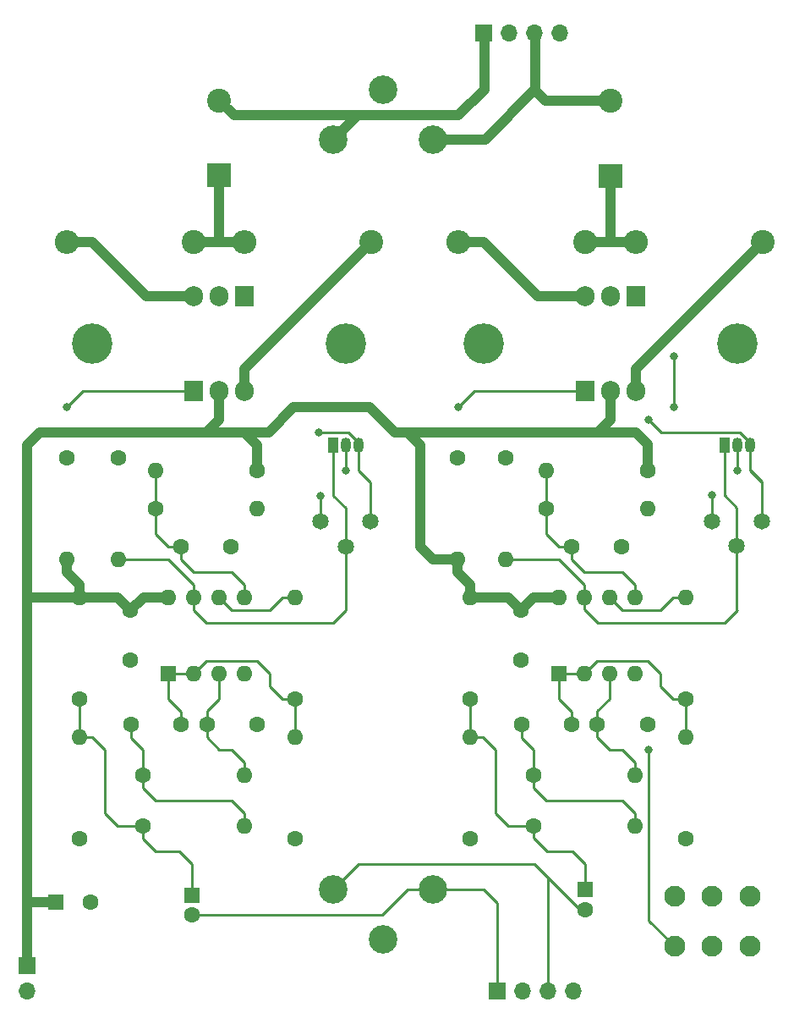
<source format=gtl>
G04 #@! TF.GenerationSoftware,KiCad,Pcbnew,7.0.7*
G04 #@! TF.CreationDate,2024-06-09T16:00:22+02:00*
G04 #@! TF.ProjectId,Audio Amplifier,41756469-6f20-4416-9d70-6c6966696572,rev?*
G04 #@! TF.SameCoordinates,Original*
G04 #@! TF.FileFunction,Copper,L1,Top*
G04 #@! TF.FilePolarity,Positive*
%FSLAX46Y46*%
G04 Gerber Fmt 4.6, Leading zero omitted, Abs format (unit mm)*
G04 Created by KiCad (PCBNEW 7.0.7) date 2024-06-09 16:00:22*
%MOMM*%
%LPD*%
G01*
G04 APERTURE LIST*
G04 #@! TA.AperFunction,ComponentPad*
%ADD10C,1.600000*%
G04 #@! TD*
G04 #@! TA.AperFunction,ComponentPad*
%ADD11O,1.600000X1.600000*%
G04 #@! TD*
G04 #@! TA.AperFunction,ComponentPad*
%ADD12C,2.850000*%
G04 #@! TD*
G04 #@! TA.AperFunction,ComponentPad*
%ADD13O,1.905000X2.000000*%
G04 #@! TD*
G04 #@! TA.AperFunction,ComponentPad*
%ADD14R,1.905000X2.000000*%
G04 #@! TD*
G04 #@! TA.AperFunction,ComponentPad*
%ADD15O,1.700000X1.700000*%
G04 #@! TD*
G04 #@! TA.AperFunction,ComponentPad*
%ADD16R,1.700000X1.700000*%
G04 #@! TD*
G04 #@! TA.AperFunction,ComponentPad*
%ADD17O,2.400000X2.400000*%
G04 #@! TD*
G04 #@! TA.AperFunction,ComponentPad*
%ADD18C,2.400000*%
G04 #@! TD*
G04 #@! TA.AperFunction,ComponentPad*
%ADD19R,1.600000X1.600000*%
G04 #@! TD*
G04 #@! TA.AperFunction,ComponentPad*
%ADD20O,1.050000X1.500000*%
G04 #@! TD*
G04 #@! TA.AperFunction,ComponentPad*
%ADD21R,1.050000X1.500000*%
G04 #@! TD*
G04 #@! TA.AperFunction,ComponentPad*
%ADD22R,2.400000X2.400000*%
G04 #@! TD*
G04 #@! TA.AperFunction,ComponentPad*
%ADD23C,1.650000*%
G04 #@! TD*
G04 #@! TA.AperFunction,ComponentPad*
%ADD24C,4.050000*%
G04 #@! TD*
G04 #@! TA.AperFunction,ComponentPad*
%ADD25C,2.100000*%
G04 #@! TD*
G04 #@! TA.AperFunction,ViaPad*
%ADD26C,0.800000*%
G04 #@! TD*
G04 #@! TA.AperFunction,Conductor*
%ADD27C,0.250000*%
G04 #@! TD*
G04 #@! TA.AperFunction,Conductor*
%ADD28C,1.000000*%
G04 #@! TD*
G04 APERTURE END LIST*
D10*
X152019000Y-97790000D03*
D11*
X152019000Y-107950000D03*
D10*
X113284000Y-97790000D03*
D11*
X113284000Y-107950000D03*
D12*
X134780000Y-140920000D03*
X144780000Y-140920000D03*
X139780000Y-145920000D03*
D13*
X120812500Y-81590255D03*
X123352500Y-81590255D03*
D14*
X125892500Y-81590255D03*
D11*
X125892500Y-129515255D03*
D10*
X115732500Y-129515255D03*
D15*
X157480000Y-55245000D03*
X154940000Y-55245000D03*
X152400000Y-55245000D03*
D16*
X149860000Y-55245000D03*
D12*
X144780000Y-65920000D03*
X134780000Y-65920000D03*
X139780000Y-60920000D03*
D11*
X148470000Y-111720000D03*
D10*
X148470000Y-121880000D03*
D11*
X166250000Y-102830000D03*
D10*
X156090000Y-102830000D03*
D11*
X130972500Y-111745255D03*
D10*
X130972500Y-121905255D03*
D13*
X125892500Y-91100255D03*
X123352500Y-91100255D03*
D14*
X120812500Y-91100255D03*
D17*
X165100000Y-76200000D03*
D18*
X177800000Y-76200000D03*
D16*
X151210000Y-151130000D03*
D15*
X153750000Y-151130000D03*
X156290000Y-151130000D03*
X158830000Y-151130000D03*
D11*
X130972500Y-125705255D03*
D10*
X130972500Y-135865255D03*
D17*
X125892500Y-76185255D03*
D18*
X138592500Y-76185255D03*
D10*
X124542500Y-106655255D03*
X119542500Y-106655255D03*
X170060000Y-135850000D03*
D11*
X170060000Y-125690000D03*
X164980000Y-129500000D03*
D10*
X154820000Y-129500000D03*
D11*
X157360000Y-111720000D03*
X159900000Y-111720000D03*
X162440000Y-111720000D03*
X164980000Y-111720000D03*
X164980000Y-119340000D03*
X162440000Y-119340000D03*
X159900000Y-119340000D03*
D19*
X157360000Y-119340000D03*
D11*
X109382500Y-125705255D03*
D10*
X109382500Y-135865255D03*
D19*
X120650000Y-141510000D03*
D10*
X120650000Y-143510000D03*
D11*
X170060000Y-111730000D03*
D10*
X170060000Y-121890000D03*
D11*
X117002500Y-99035255D03*
D10*
X127162500Y-99035255D03*
D11*
X156090000Y-99020000D03*
D10*
X166250000Y-99020000D03*
D11*
X118272500Y-111735255D03*
X120812500Y-111735255D03*
X123352500Y-111735255D03*
X125892500Y-111735255D03*
X125892500Y-119355255D03*
X123352500Y-119355255D03*
X120812500Y-119355255D03*
D19*
X118272500Y-119355255D03*
D10*
X166210000Y-124420000D03*
X161210000Y-124420000D03*
D20*
X137322500Y-96505255D03*
X136052500Y-96505255D03*
D21*
X134782500Y-96505255D03*
D18*
X162560000Y-62052755D03*
D22*
X162560000Y-69552755D03*
D10*
X127122500Y-124435255D03*
X122122500Y-124435255D03*
X153550000Y-118030000D03*
X153550000Y-113030000D03*
D18*
X123352500Y-62038010D03*
D22*
X123352500Y-69538010D03*
D23*
X175180000Y-106600000D03*
X172680000Y-104100000D03*
X177680000Y-104100000D03*
D10*
X119542500Y-124435255D03*
X114542500Y-124435255D03*
D11*
X147200000Y-107920000D03*
D10*
X147200000Y-97760000D03*
D17*
X147320000Y-76200000D03*
D18*
X160020000Y-76200000D03*
D10*
X114462500Y-118045255D03*
X114462500Y-113045255D03*
D24*
X136052500Y-86345255D03*
X110652500Y-86345255D03*
D10*
X158630000Y-124420000D03*
X153630000Y-124420000D03*
X160020000Y-142970000D03*
D19*
X160020000Y-140970000D03*
D20*
X176530000Y-96520000D03*
X175260000Y-96520000D03*
D21*
X173990000Y-96520000D03*
D23*
X136012500Y-106645255D03*
X133512500Y-104145255D03*
X138512500Y-104145255D03*
D11*
X127162500Y-102845255D03*
D10*
X117002500Y-102845255D03*
D13*
X165100000Y-91115000D03*
X162560000Y-91115000D03*
D14*
X160020000Y-91115000D03*
D16*
X104140000Y-148590000D03*
D15*
X104140000Y-151130000D03*
D17*
X108112500Y-76185255D03*
D18*
X120812500Y-76185255D03*
D13*
X160020000Y-81605000D03*
X162560000Y-81605000D03*
D14*
X165100000Y-81605000D03*
D11*
X125892500Y-134595255D03*
D10*
X115732500Y-134595255D03*
D11*
X164980000Y-134580000D03*
D10*
X154820000Y-134580000D03*
X110490000Y-142240000D03*
D19*
X106990000Y-142240000D03*
D11*
X108112500Y-107935255D03*
D10*
X108112500Y-97775255D03*
D24*
X175260000Y-86360000D03*
X149860000Y-86360000D03*
D10*
X163630000Y-106640000D03*
X158630000Y-106640000D03*
D11*
X148470000Y-125690000D03*
D10*
X148470000Y-135850000D03*
D25*
X176470000Y-146670000D03*
X172720000Y-146670000D03*
X168970000Y-146670000D03*
X176470000Y-141670000D03*
X172720000Y-141670000D03*
X168970000Y-141670000D03*
D11*
X109382500Y-111735255D03*
D10*
X109382500Y-121895255D03*
D26*
X136052500Y-99045255D03*
X133512500Y-101585255D03*
X133350000Y-95250000D03*
X108112500Y-92695255D03*
X168910000Y-92710000D03*
X166370000Y-127000000D03*
X168910000Y-87630000D03*
X172680000Y-101540000D03*
X175260000Y-99060000D03*
X166370000Y-93980000D03*
X147320000Y-92710000D03*
D27*
X125892500Y-129515255D02*
X125892500Y-128255255D01*
X124622500Y-126985255D02*
X123352500Y-126985255D01*
X123352500Y-126985255D02*
X122122500Y-125755255D01*
X122122500Y-123135255D02*
X123352500Y-121905255D01*
X122122500Y-125755255D02*
X122122500Y-124435255D01*
X123352500Y-121905255D02*
X123352500Y-119355255D01*
X122122500Y-124435255D02*
X122122500Y-123135255D01*
X125892500Y-128255255D02*
X124622500Y-126985255D01*
X125892500Y-134595255D02*
X125892500Y-133335255D01*
X125892500Y-133335255D02*
X124622500Y-132065255D01*
X114542500Y-125795255D02*
X115732500Y-126985255D01*
X115732500Y-130795255D02*
X115732500Y-129515255D01*
X114542500Y-124435255D02*
X114542500Y-125795255D01*
X117002500Y-132065255D02*
X115732500Y-130795255D01*
X124622500Y-132065255D02*
X117002500Y-132065255D01*
X115732500Y-126985255D02*
X115732500Y-129515255D01*
X120812500Y-119355255D02*
X118272500Y-119355255D01*
X120812500Y-119355255D02*
X122072500Y-118095255D01*
X119542500Y-123175255D02*
X118272500Y-121905255D01*
X118272500Y-121905255D02*
X118272500Y-119355255D01*
X130972500Y-125705255D02*
X130972500Y-121905255D01*
X129702500Y-121905255D02*
X130972500Y-121905255D01*
X122072500Y-118095255D02*
X127162500Y-118095255D01*
X127162500Y-118095255D02*
X128432500Y-119365255D01*
X128432500Y-119365255D02*
X128432500Y-120635255D01*
X128432500Y-120635255D02*
X129702500Y-121905255D01*
X119542500Y-124435255D02*
X119542500Y-123175255D01*
D28*
X109382500Y-111735255D02*
X109382500Y-110475255D01*
X104140000Y-111887755D02*
X104140000Y-142240000D01*
X109382500Y-110475255D02*
X108112500Y-109205255D01*
X123352500Y-93965255D02*
X123352500Y-91100255D01*
X122082500Y-95235255D02*
X123352500Y-93965255D01*
X115772500Y-111735255D02*
X114462500Y-113045255D01*
X123352500Y-95235255D02*
X125892500Y-95235255D01*
X166250000Y-96400000D02*
X166250000Y-99020000D01*
X148470000Y-111720000D02*
X152240000Y-111720000D01*
X162560000Y-93980000D02*
X162560000Y-91115000D01*
X113152500Y-111735255D02*
X114462500Y-113045255D01*
X143510000Y-96520000D02*
X143510000Y-106680000D01*
X122067755Y-95250000D02*
X122082500Y-95235255D01*
X118272500Y-111735255D02*
X115772500Y-111735255D01*
X104140000Y-142240000D02*
X106990000Y-142240000D01*
X104140000Y-142240000D02*
X104140000Y-148590000D01*
X104140000Y-111887755D02*
X104140000Y-96520000D01*
X148470000Y-111720000D02*
X148470000Y-110460000D01*
X128284745Y-95235255D02*
X130810000Y-92710000D01*
X142240000Y-95250000D02*
X161290000Y-95250000D01*
X105410000Y-95250000D02*
X122067755Y-95250000D01*
X165100000Y-95250000D02*
X166250000Y-96400000D01*
X148470000Y-110460000D02*
X147200000Y-109190000D01*
X161290000Y-95250000D02*
X165100000Y-95250000D01*
X109382500Y-111735255D02*
X104292500Y-111735255D01*
X154860000Y-111720000D02*
X153550000Y-113030000D01*
X125892500Y-95235255D02*
X128284745Y-95235255D01*
X144750000Y-107920000D02*
X147200000Y-107920000D01*
X108112500Y-109205255D02*
X108112500Y-107935255D01*
X143510000Y-106680000D02*
X144750000Y-107920000D01*
X147200000Y-109190000D02*
X147200000Y-107920000D01*
X122082500Y-95235255D02*
X123352500Y-95235255D01*
X104140000Y-96520000D02*
X105410000Y-95250000D01*
X142240000Y-95250000D02*
X143510000Y-96520000D01*
X140970000Y-95250000D02*
X142240000Y-95250000D01*
X125892500Y-95235255D02*
X127162500Y-96505255D01*
X161290000Y-95250000D02*
X162560000Y-93980000D01*
X157360000Y-111720000D02*
X154860000Y-111720000D01*
X127162500Y-96505255D02*
X127162500Y-99035255D01*
X109382500Y-111735255D02*
X113152500Y-111735255D01*
X130810000Y-92710000D02*
X138430000Y-92710000D01*
X104292500Y-111735255D02*
X104140000Y-111887755D01*
X138430000Y-92710000D02*
X140970000Y-95250000D01*
X152240000Y-111720000D02*
X153550000Y-113030000D01*
D27*
X119380000Y-137160000D02*
X117002500Y-137160000D01*
X109382500Y-125705255D02*
X110642500Y-125705255D01*
X111922500Y-126985255D02*
X111922500Y-133335255D01*
X113202500Y-134595255D02*
X115732500Y-134595255D01*
X110642500Y-125705255D02*
X111922500Y-126985255D01*
X117002500Y-137160000D02*
X115732500Y-135890000D01*
X115732500Y-134595255D02*
X115732500Y-135890000D01*
X111922500Y-133335255D02*
X113192500Y-134605255D01*
X109382500Y-125705255D02*
X109382500Y-121895255D01*
X120650000Y-138430000D02*
X119380000Y-137160000D01*
X120650000Y-141510000D02*
X120650000Y-138430000D01*
X113192500Y-134605255D02*
X113202500Y-134595255D01*
X124622500Y-109205255D02*
X125892500Y-110475255D01*
X118262500Y-106655255D02*
X117002500Y-105395255D01*
X125892500Y-110475255D02*
X125892500Y-111735255D01*
X119542500Y-106655255D02*
X119542500Y-107935255D01*
X117002500Y-102845255D02*
X117002500Y-99035255D01*
X119542500Y-107935255D02*
X120812500Y-109205255D01*
X119542500Y-106655255D02*
X118262500Y-106655255D01*
X120812500Y-109205255D02*
X124622500Y-109205255D01*
X117002500Y-105395255D02*
X117002500Y-102845255D01*
X136052500Y-113015255D02*
X134782500Y-114285255D01*
X136012500Y-111705255D02*
X136052500Y-111745255D01*
X136012500Y-106645255D02*
X136012500Y-111705255D01*
X134782500Y-114285255D02*
X122082500Y-114285255D01*
X122082500Y-114285255D02*
X120812500Y-113015255D01*
X136052500Y-111745255D02*
X136052500Y-113015255D01*
X136012500Y-106645255D02*
X136012500Y-102815255D01*
X134782500Y-96505255D02*
X134782500Y-101585255D01*
X120812500Y-111735255D02*
X120812500Y-110475255D01*
X120812500Y-113015255D02*
X120812500Y-111735255D01*
X136012500Y-102815255D02*
X134782500Y-101585255D01*
X118262500Y-107925255D02*
X113192500Y-107925255D01*
X120812500Y-110475255D02*
X118262500Y-107925255D01*
X133512500Y-101585255D02*
X133512500Y-104145255D01*
X136052500Y-96505255D02*
X136052500Y-99045255D01*
X137322500Y-99045255D02*
X137322500Y-96505255D01*
X136262755Y-95250000D02*
X136277500Y-95235255D01*
X138512500Y-100235255D02*
X137322500Y-99045255D01*
X137322500Y-96280255D02*
X137322500Y-96505255D01*
X109707500Y-91100255D02*
X108112500Y-92695255D01*
X133350000Y-95250000D02*
X136262755Y-95250000D01*
X136277500Y-95235255D02*
X137322500Y-96280255D01*
X120812500Y-91100255D02*
X109707500Y-91100255D01*
X138512500Y-104145255D02*
X138512500Y-100235255D01*
D28*
X108112500Y-76185255D02*
X110652500Y-76185255D01*
X110652500Y-76185255D02*
X116057500Y-81590255D01*
X116057500Y-81590255D02*
X120812500Y-81590255D01*
X125892500Y-91100255D02*
X125892500Y-88885255D01*
X125892500Y-88885255D02*
X138592500Y-76185255D01*
D27*
X129702500Y-111745255D02*
X128432500Y-113015255D01*
X124632500Y-113015255D02*
X123352500Y-111735255D01*
X128432500Y-113015255D02*
X124632500Y-113015255D01*
X130972500Y-111745255D02*
X129702500Y-111745255D01*
D28*
X123352500Y-76185255D02*
X120812500Y-76185255D01*
X125892500Y-76185255D02*
X123352500Y-76185255D01*
X123352500Y-69538010D02*
X123352500Y-76185255D01*
X137200000Y-63500000D02*
X134780000Y-65920000D01*
X147320000Y-63500000D02*
X137200000Y-63500000D01*
X137200000Y-63500000D02*
X124814490Y-63500000D01*
X149870000Y-60950000D02*
X147320000Y-63500000D01*
X149870000Y-55880000D02*
X149870000Y-60950000D01*
X124814490Y-63500000D02*
X123352500Y-62038010D01*
D27*
X142240000Y-140970000D02*
X139700000Y-143510000D01*
X151210000Y-142320000D02*
X149860000Y-140970000D01*
X149860000Y-140970000D02*
X144780000Y-140970000D01*
X139700000Y-143510000D02*
X120650000Y-143510000D01*
X151210000Y-151130000D02*
X151210000Y-142320000D01*
X144780000Y-140970000D02*
X142240000Y-140970000D01*
X148470000Y-125690000D02*
X149730000Y-125690000D01*
X160020000Y-140970000D02*
X160020000Y-138430000D01*
X154820000Y-135770000D02*
X154820000Y-134580000D01*
X158750000Y-137160000D02*
X156210000Y-137160000D01*
X148470000Y-125690000D02*
X148470000Y-121880000D01*
X156210000Y-137160000D02*
X154820000Y-135770000D01*
X152290000Y-134580000D02*
X154820000Y-134580000D01*
X149730000Y-125690000D02*
X151010000Y-126970000D01*
X151010000Y-126970000D02*
X151010000Y-133320000D01*
X151010000Y-133320000D02*
X152280000Y-134590000D01*
X160020000Y-138430000D02*
X158750000Y-137160000D01*
X152280000Y-134590000D02*
X152290000Y-134580000D01*
X137320000Y-138430000D02*
X134780000Y-140970000D01*
X154940000Y-138430000D02*
X137320000Y-138430000D01*
X159480000Y-142970000D02*
X160020000Y-142970000D01*
X156290000Y-139780000D02*
X154940000Y-138430000D01*
X156290000Y-151130000D02*
X156290000Y-139780000D01*
X156290000Y-139780000D02*
X159480000Y-142970000D01*
X161210000Y-123120000D02*
X162440000Y-121890000D01*
X164980000Y-129500000D02*
X164980000Y-128240000D01*
X161210000Y-124420000D02*
X161210000Y-123120000D01*
X161210000Y-125740000D02*
X161210000Y-124420000D01*
X162440000Y-126970000D02*
X161210000Y-125740000D01*
X163710000Y-126970000D02*
X162440000Y-126970000D01*
X162440000Y-121890000D02*
X162440000Y-119340000D01*
X164980000Y-128240000D02*
X163710000Y-126970000D01*
X167520000Y-120620000D02*
X168790000Y-121890000D01*
X158630000Y-124420000D02*
X158630000Y-123160000D01*
X167520000Y-119350000D02*
X167520000Y-120620000D01*
X159900000Y-119340000D02*
X161160000Y-118080000D01*
X158630000Y-123160000D02*
X157360000Y-121890000D01*
X157360000Y-121890000D02*
X157360000Y-119340000D01*
X166250000Y-118080000D02*
X167520000Y-119350000D01*
X159900000Y-119340000D02*
X157360000Y-119340000D01*
X170060000Y-125690000D02*
X170060000Y-121890000D01*
X161160000Y-118080000D02*
X166250000Y-118080000D01*
X168790000Y-121890000D02*
X170060000Y-121890000D01*
X158630000Y-107920000D02*
X159900000Y-109190000D01*
X158630000Y-106640000D02*
X158630000Y-107920000D01*
X157350000Y-106640000D02*
X156090000Y-105380000D01*
X158630000Y-106640000D02*
X157350000Y-106640000D01*
X156090000Y-105380000D02*
X156090000Y-102830000D01*
X159900000Y-109190000D02*
X163710000Y-109190000D01*
X156090000Y-102830000D02*
X156090000Y-99020000D01*
X164980000Y-110460000D02*
X164980000Y-111720000D01*
X163710000Y-109190000D02*
X164980000Y-110460000D01*
X166370000Y-144070000D02*
X166370000Y-128270000D01*
X168910000Y-88900000D02*
X168910000Y-87630000D01*
X168970000Y-146670000D02*
X166370000Y-144070000D01*
D28*
X162560000Y-69552755D02*
X162560000Y-76200000D01*
X165100000Y-76200000D02*
X162560000Y-76200000D01*
X162560000Y-76200000D02*
X160020000Y-76200000D01*
D27*
X168910000Y-92710000D02*
X168910000Y-88900000D01*
X166370000Y-128270000D02*
X166370000Y-127000000D01*
D28*
X154950000Y-60950000D02*
X154950000Y-55880000D01*
X154940000Y-60960000D02*
X154950000Y-60950000D01*
X162560000Y-62052755D02*
X156032755Y-62052755D01*
X144780000Y-65920000D02*
X149980000Y-65920000D01*
X156032755Y-62052755D02*
X154940000Y-60960000D01*
X149980000Y-65920000D02*
X154940000Y-60960000D01*
D27*
X175180000Y-106600000D02*
X175180000Y-102770000D01*
X175180000Y-106600000D02*
X175180000Y-112950000D01*
X175180000Y-102770000D02*
X173950000Y-101540000D01*
X153570000Y-107920000D02*
X153560000Y-107910000D01*
X157360000Y-107920000D02*
X153570000Y-107920000D01*
X153560000Y-107910000D02*
X152280000Y-107910000D01*
X159900000Y-112910000D02*
X159900000Y-111720000D01*
X175180000Y-112950000D02*
X175260000Y-113030000D01*
X161290000Y-114300000D02*
X159900000Y-112910000D01*
X173950000Y-96460000D02*
X173950000Y-101540000D01*
X159900000Y-110460000D02*
X157360000Y-107920000D01*
X175260000Y-113030000D02*
X173990000Y-114300000D01*
X159900000Y-111720000D02*
X159900000Y-110460000D01*
X173990000Y-114300000D02*
X161290000Y-114300000D01*
X173990000Y-96520000D02*
X173990000Y-101600000D01*
X175220000Y-96460000D02*
X175220000Y-99000000D01*
X175260000Y-96520000D02*
X175260000Y-99060000D01*
X172680000Y-101540000D02*
X172680000Y-104100000D01*
X176490000Y-99000000D02*
X176490000Y-96460000D01*
X176530000Y-96520000D02*
X176530000Y-96295000D01*
X177680000Y-100190000D02*
X176490000Y-99000000D01*
X176530000Y-99060000D02*
X176530000Y-96520000D01*
X175485000Y-95250000D02*
X167640000Y-95250000D01*
X177720000Y-100250000D02*
X176530000Y-99060000D01*
X167640000Y-95250000D02*
X166370000Y-93980000D01*
X160020000Y-91115000D02*
X148915000Y-91115000D01*
X148915000Y-91115000D02*
X147320000Y-92710000D01*
X176530000Y-96295000D02*
X175485000Y-95250000D01*
X177680000Y-104100000D02*
X177680000Y-100190000D01*
X176490000Y-96235000D02*
X176490000Y-96460000D01*
D28*
X165100000Y-91115000D02*
X165100000Y-88900000D01*
X165100000Y-88900000D02*
X177800000Y-76200000D01*
X147320000Y-76200000D02*
X149860000Y-76200000D01*
X155265000Y-81605000D02*
X160020000Y-81605000D01*
X149860000Y-76200000D02*
X155265000Y-81605000D01*
D27*
X168790000Y-111730000D02*
X167520000Y-113000000D01*
X170060000Y-111730000D02*
X168790000Y-111730000D01*
X167520000Y-113000000D02*
X163720000Y-113000000D01*
X163720000Y-113000000D02*
X162440000Y-111720000D01*
X154820000Y-130780000D02*
X154820000Y-129500000D01*
X153630000Y-125780000D02*
X154820000Y-126970000D01*
X153630000Y-124420000D02*
X153630000Y-125780000D01*
X156090000Y-132050000D02*
X154820000Y-130780000D01*
X163710000Y-132050000D02*
X156090000Y-132050000D01*
X164980000Y-134580000D02*
X164980000Y-133320000D01*
X154820000Y-126970000D02*
X154820000Y-129500000D01*
X164980000Y-133320000D02*
X163710000Y-132050000D01*
M02*

</source>
